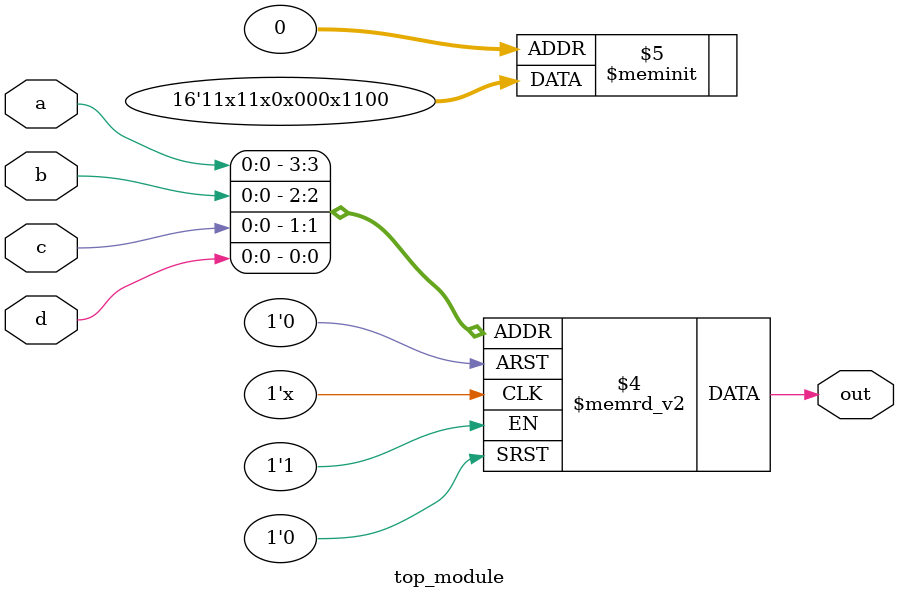
<source format=sv>
module top_module (
    input a, 
    input b,
    input c,
    input d,
    output reg out
);

always @(*) begin
    case({a, b, c, d})
        4'b0000, 4'b0001, 4'b0101, 4'b0110, 4'b0111:
            out = 1'b0;
        4'b0011, 4'b0010, 4'b1100, 4'b1011, 4'b1110, 4'b1111:
            out = 1'b1;
        4'b0100, 4'b1000, 4'b1010, 4'b1101:
            out = 1'bx;
        default:
            out = 1'b0;
    endcase
end

endmodule

</source>
